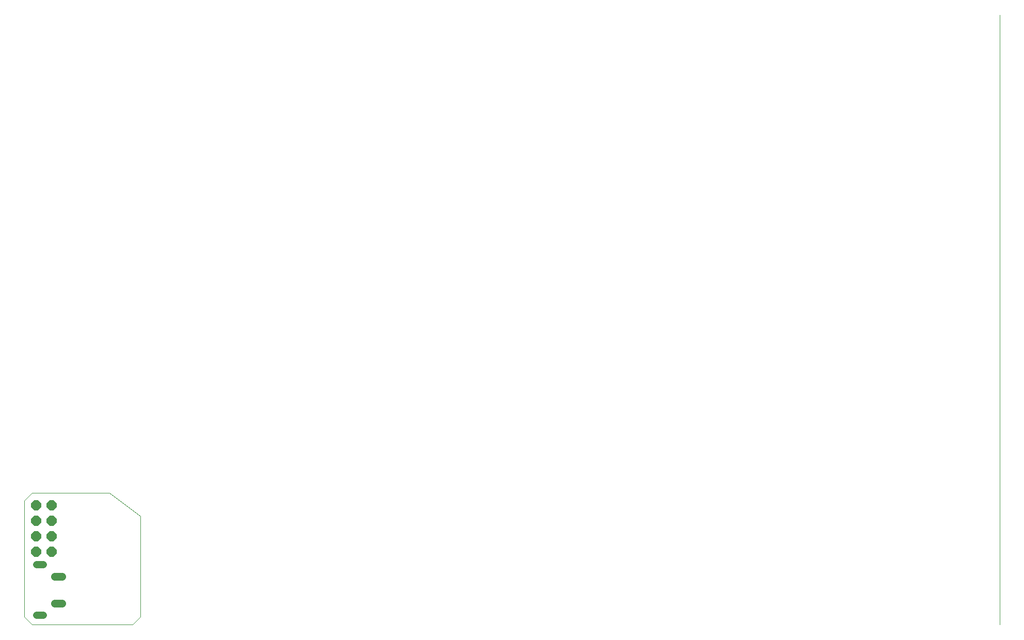
<source format=gbs>
G75*
%MOIN*%
%OFA0B0*%
%FSLAX25Y25*%
%IPPOS*%
%LPD*%
%AMOC8*
5,1,8,0,0,1.08239X$1,22.5*
%
%ADD10C,0.00000*%
%ADD11OC8,0.06400*%
%ADD12C,0.04762*%
%ADD13C,0.05156*%
D10*
X0010300Y0011300D02*
X0010300Y0086300D01*
X0015300Y0091300D01*
X0065300Y0091300D01*
X0085300Y0076300D01*
X0085300Y0011300D01*
X0080300Y0006300D01*
X0015300Y0006300D01*
X0010300Y0011300D01*
X0640221Y0006300D02*
X0640221Y0400001D01*
D11*
X0027800Y0083300D03*
X0027800Y0073300D03*
X0017800Y0073300D03*
X0017800Y0083300D03*
X0017800Y0063300D03*
X0017800Y0053300D03*
X0027800Y0053300D03*
X0027800Y0063300D03*
D12*
X0022481Y0045237D02*
X0018119Y0045237D01*
X0018119Y0012363D02*
X0022481Y0012363D01*
D13*
X0029733Y0020040D02*
X0034489Y0020040D01*
X0034489Y0037560D02*
X0029733Y0037560D01*
M02*

</source>
